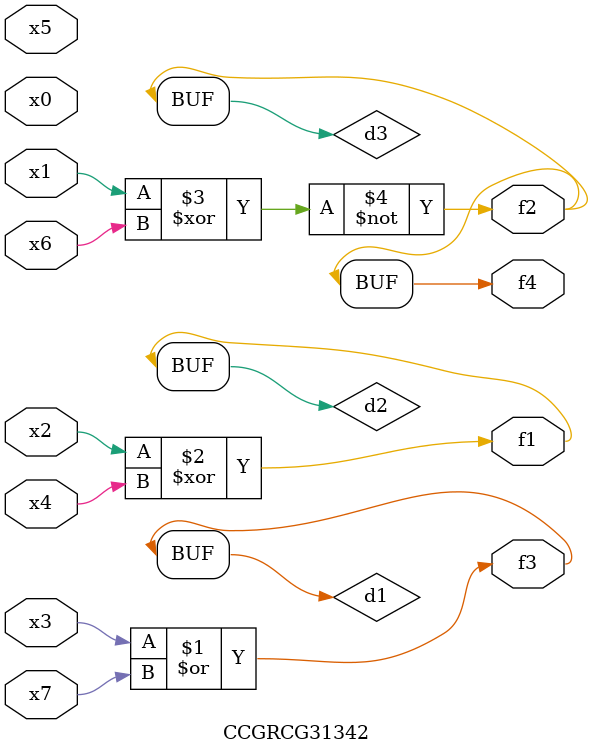
<source format=v>
module CCGRCG31342(
	input x0, x1, x2, x3, x4, x5, x6, x7,
	output f1, f2, f3, f4
);

	wire d1, d2, d3;

	or (d1, x3, x7);
	xor (d2, x2, x4);
	xnor (d3, x1, x6);
	assign f1 = d2;
	assign f2 = d3;
	assign f3 = d1;
	assign f4 = d3;
endmodule

</source>
